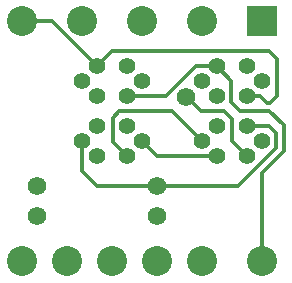
<source format=gbr>
G04 #@! TF.FileFunction,Copper,L1,Top,Signal*
%FSLAX46Y46*%
G04 Gerber Fmt 4.6, Leading zero omitted, Abs format (unit mm)*
G04 Created by KiCad (PCBNEW 4.0.5) date 02/09/17 20:51:09*
%MOMM*%
%LPD*%
G01*
G04 APERTURE LIST*
%ADD10C,0.100000*%
%ADD11R,2.540000X2.540000*%
%ADD12C,2.540000*%
%ADD13C,1.574800*%
%ADD14C,1.397000*%
%ADD15C,0.304800*%
G04 APERTURE END LIST*
D10*
D11*
X121920000Y-91440000D03*
D12*
X116840000Y-91440000D03*
X111760000Y-91440000D03*
X106680000Y-91440000D03*
X101600000Y-91440000D03*
X101600000Y-111760000D03*
X105410000Y-111760000D03*
X109220000Y-111760000D03*
X116840000Y-111760000D03*
X113030000Y-111760000D03*
X121920000Y-111760000D03*
D13*
X102870000Y-105410000D03*
X113030000Y-105410000D03*
X102870000Y-107950000D03*
X113030000Y-107950000D03*
D14*
X121920000Y-101600000D03*
X120650000Y-102870000D03*
X120650000Y-100330000D03*
X118110000Y-100330000D03*
X118110000Y-102870000D03*
X116840000Y-101600000D03*
X106680000Y-101600000D03*
X107950000Y-100330000D03*
X107950000Y-102870000D03*
X110490000Y-102870000D03*
X110490000Y-100330000D03*
X111760000Y-101600000D03*
X106680000Y-96520000D03*
X107950000Y-95250000D03*
X107950000Y-97790000D03*
X110490000Y-97790000D03*
X110490000Y-95250000D03*
X111760000Y-96520000D03*
X121920000Y-96520000D03*
X120650000Y-97790000D03*
X120650000Y-95250000D03*
X118110000Y-95250000D03*
X118110000Y-97790000D03*
X116840000Y-96520000D03*
D13*
X115528882Y-97831118D03*
D15*
X122337220Y-98399590D02*
X121727630Y-97790000D01*
X122555000Y-93980000D02*
X123190000Y-94615000D01*
X109220000Y-93980000D02*
X122555000Y-93980000D01*
X121727630Y-97790000D02*
X120650000Y-97790000D01*
X123190000Y-94615000D02*
X123190000Y-97790000D01*
X107950000Y-95250000D02*
X109220000Y-93980000D01*
X122580410Y-98399590D02*
X122337220Y-98399590D01*
X123190000Y-97790000D02*
X122580410Y-98399590D01*
X101600000Y-91440000D02*
X104140000Y-91440000D01*
X104140000Y-91440000D02*
X107950000Y-95250000D01*
X116789201Y-99009201D02*
X115611118Y-97831118D01*
X115611118Y-97831118D02*
X115528882Y-97831118D01*
X119380000Y-99695000D02*
X118694201Y-99009201D01*
X118694201Y-99009201D02*
X116789201Y-99009201D01*
X119380000Y-101600000D02*
X119380000Y-99695000D01*
X120650000Y-102870000D02*
X119380000Y-101600000D01*
X109855000Y-99060000D02*
X109270799Y-99644201D01*
X109270799Y-99644201D02*
X109270799Y-101650799D01*
X109270799Y-101650799D02*
X110490000Y-102870000D01*
X114300000Y-99060000D02*
X109855000Y-99060000D01*
X116840000Y-101600000D02*
X114300000Y-99060000D01*
X122504201Y-99009201D02*
X120064783Y-99009201D01*
X123748812Y-100253812D02*
X122504201Y-99009201D01*
X121920000Y-104266538D02*
X123748812Y-102437726D01*
X121920000Y-111760000D02*
X121920000Y-104266538D01*
X123748812Y-102437726D02*
X123748812Y-100253812D01*
X120064783Y-99009201D02*
X119329201Y-98273619D01*
X119329201Y-98273619D02*
X119329201Y-96469201D01*
X119329201Y-96469201D02*
X118110000Y-95250000D01*
X110490000Y-97790000D02*
X113765582Y-97790000D01*
X113765582Y-97790000D02*
X116305582Y-95250000D01*
X116305582Y-95250000D02*
X118110000Y-95250000D01*
X113030000Y-105410000D02*
X107950000Y-105410000D01*
X107950000Y-105410000D02*
X106680000Y-104140000D01*
X106680000Y-104140000D02*
X106680000Y-101600000D01*
X123139201Y-100914201D02*
X122555000Y-100330000D01*
X122555000Y-100330000D02*
X120650000Y-100330000D01*
X123139201Y-102185217D02*
X123139201Y-100914201D01*
X119914418Y-105410000D02*
X123139201Y-102185217D01*
X113030000Y-105410000D02*
X119914418Y-105410000D01*
X111760000Y-101600000D02*
X113030000Y-102870000D01*
X113030000Y-102870000D02*
X118110000Y-102870000D01*
M02*

</source>
